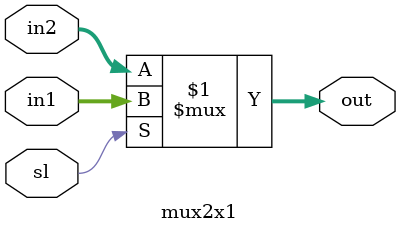
<source format=v>
/* A Datapath module that can
 * be used along with a Control
 * unit to create a CPU.
 *
 * Author: Bradley Gathers
*/
module datapath(rst, clk, instr, regRW, ALUsrc, immsrc, ALUop, status, mRW, wb, pcsrc);

	// I/O and Parameters
	input rst, clk, regRW, ALUsrc, mRW, wb, pcsrc;
	input [1:0] immsrc;
	input [4:0] ALUop;
	output [31:0] instr;
	output [3:0] status;
	
	//PC and Beq Handling
	wire [6:0] pc_out, pc4, pcbranch, finalPCMUXout;
	
	// To Register File
	wire [4:0] rd, rs1, rs2;
	wire [11:0] imm;
	wire [31:0] final_out;
	
	//ALUsrc MUX
	wire [31:0] inB_inmux, inIMM_inmux;
	
	// To ALU
	wire [31:0] inA, inB_outmux;
	
	// To RAM
	wire [31:0] toRAMadrs;
	
	// To WB MUX
	wire [31:0] outRAM;
	
	assign pc4 = pc_out + 7'd4;
	assign pcbranch = pc_out + inIMM_inmux;
	
	pc u1(.in(finalPCMUXout), .out(pc_out), .rst(rst), .clk(clk));
	
	instrMem u2(.readAdrs(pc_out), .rd(rd), .rs1(rs1), .rs2(rs2), .instr(instr));
	
	immGen u3(.inInstr(instr), .outIMM(inIMM_inmux), .sl(immsrc));
	
	RegisterFile32 u4(.dataIn(final_out), .dataA(inA), .dataB(inB_inmux), .rs1(rs1), .rs2(rs2), .rd(rd), .r(r), .writeEn(regRW));
	
	mux2x1 u5(.in1(inB_inmux), .in2(inIMM_inmux), .out(inB_outmux), .sl(ALUsrc));
	
	alu32 u6(.a(inA), .b(inB_outmux), .opCode(ALUop), .out(toRAMadrs), .S(status));
	
	ram256x32 u7(.data_in(inB_inmux), .data_out(outRAM), .adrs(toRAMadrs), .cs(1'b0), .rw(mRW));
	
	mux2x1 u8(.in1(outRAM), .in2(toRAMadrs), .out(final_out), .sl(wb));
	
	mux2x1 u9(.in1(pc4), .in2(pcbranch), .out(finalPCMUXout), .sl(pcsrc));
	

endmodule

module mux2x1(in1, in2, out, sl);
parameter N = 32;
input sl;
input[N-1:0] in1, in2;
output[N-1:0] out;

assign out = sl ? in1 : in2;
endmodule
</source>
